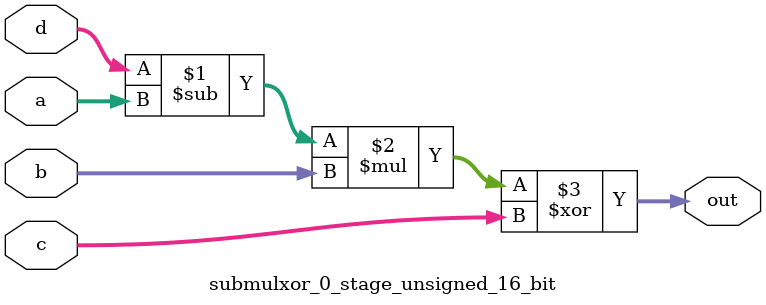
<source format=sv>
(* use_dsp = "yes" *) module submulxor_0_stage_unsigned_16_bit(
	input  [15:0] a,
	input  [15:0] b,
	input  [15:0] c,
	input  [15:0] d,
	output [15:0] out
	);

	assign out = ((d - a) * b) ^ c;
endmodule

</source>
